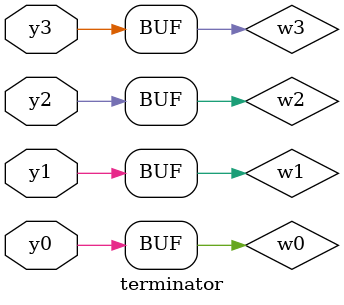
<source format=v>
module terminator(y0,y1,y2,y3);
input y3,y2,y1,y0;
wire w3,w2,w1,w0;
assign w3 = y3;
assign w2 = y2;
assign w1 = y1;
assign w0 = y0;
endmodule
</source>
